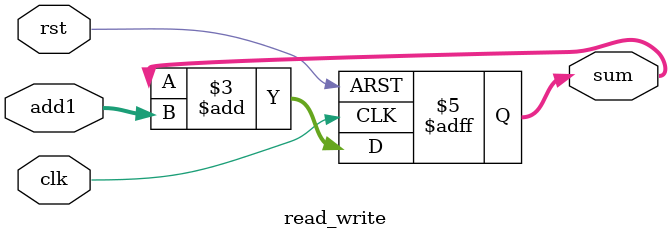
<source format=v>
`timescale 1ns/1ps
module read_write(
input clk,//Ê±ÖÓ
input rst,//¸´Î»
input [4:0]add1,//ÊäÈëµÄ¼ÓÊý

output reg [4:0]sum//Êä³öµÄ×ÜºÍ
);
initial sum=5'h0;
always@(posedge clk,negedge rst)
begin
	if(!rst)
		begin
			sum<=5'h0;	
		end
	else
		begin
			sum<=sum + add1;
		end
end
endmodule 
</source>
